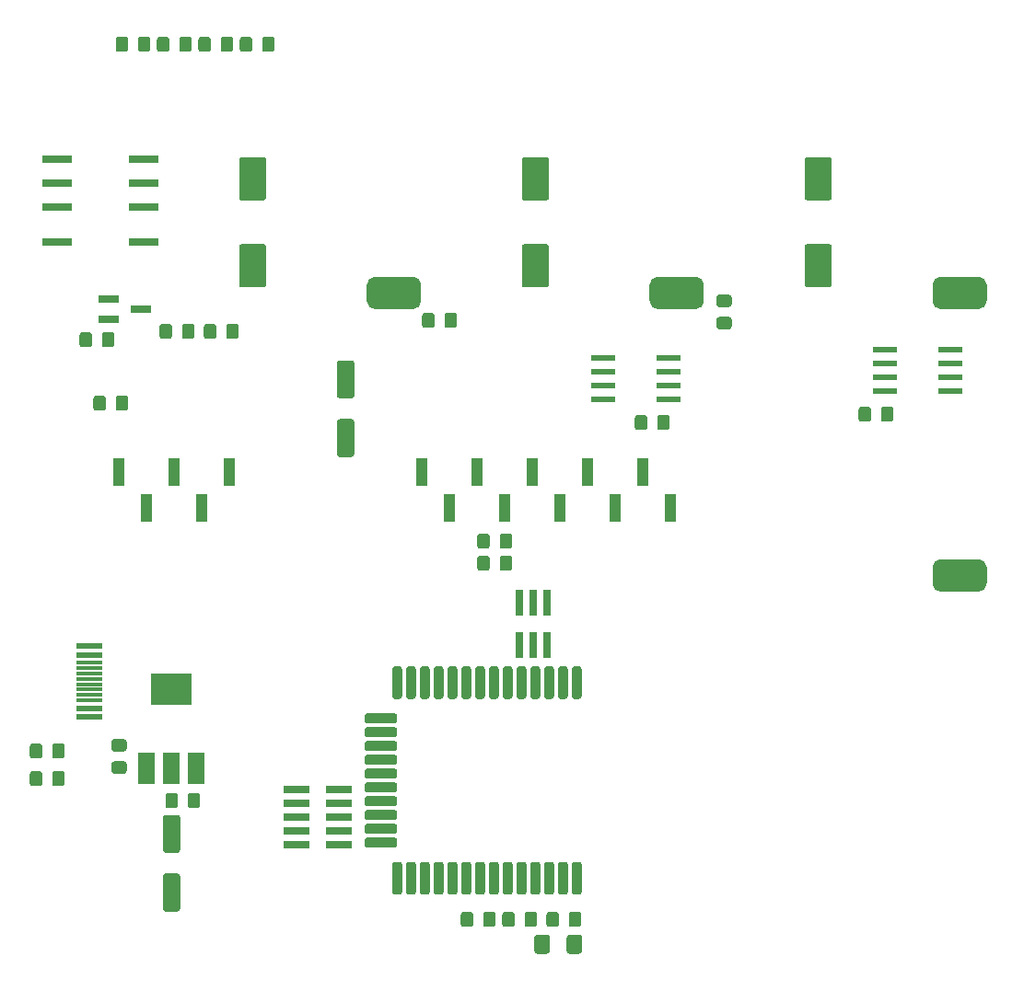
<source format=gbr>
%TF.GenerationSoftware,KiCad,Pcbnew,(5.1.6)-1*%
%TF.CreationDate,2020-10-02T15:44:05+02:00*%
%TF.ProjectId,PTnglieder,50546e67-6c69-4656-9465-722e6b696361,rev?*%
%TF.SameCoordinates,Original*%
%TF.FileFunction,Paste,Bot*%
%TF.FilePolarity,Positive*%
%FSLAX46Y46*%
G04 Gerber Fmt 4.6, Leading zero omitted, Abs format (unit mm)*
G04 Created by KiCad (PCBNEW (5.1.6)-1) date 2020-10-02 15:44:05*
%MOMM*%
%LPD*%
G01*
G04 APERTURE LIST*
%ADD10R,2.400000X0.740000*%
%ADD11R,1.000000X2.510000*%
%ADD12R,2.200000X0.600000*%
%ADD13R,2.450000X0.600000*%
%ADD14R,2.450000X0.300000*%
%ADD15R,1.500000X3.000000*%
%ADD16R,3.800000X3.000000*%
%ADD17R,1.900000X0.800000*%
%ADD18R,2.800000X0.800000*%
%ADD19R,0.740000X2.400000*%
G04 APERTURE END LIST*
D10*
%TO.C,J7*%
X81960000Y-124206000D03*
X78060000Y-124206000D03*
X81960000Y-125476000D03*
X78060000Y-125476000D03*
X81960000Y-126746000D03*
X78060000Y-126746000D03*
X81960000Y-128016000D03*
X78060000Y-128016000D03*
X81960000Y-129286000D03*
X78060000Y-129286000D03*
%TD*%
%TO.C,R15*%
G36*
G01*
X61410000Y-89096001D02*
X61410000Y-88195999D01*
G75*
G02*
X61659999Y-87946000I249999J0D01*
G01*
X62310001Y-87946000D01*
G75*
G02*
X62560000Y-88195999I0J-249999D01*
G01*
X62560000Y-89096001D01*
G75*
G02*
X62310001Y-89346000I-249999J0D01*
G01*
X61659999Y-89346000D01*
G75*
G02*
X61410000Y-89096001I0J249999D01*
G01*
G37*
G36*
G01*
X59360000Y-89096001D02*
X59360000Y-88195999D01*
G75*
G02*
X59609999Y-87946000I249999J0D01*
G01*
X60260001Y-87946000D01*
G75*
G02*
X60510000Y-88195999I0J-249999D01*
G01*
X60510000Y-89096001D01*
G75*
G02*
X60260001Y-89346000I-249999J0D01*
G01*
X59609999Y-89346000D01*
G75*
G02*
X59360000Y-89096001I0J249999D01*
G01*
G37*
%TD*%
D11*
%TO.C,U4*%
X112430000Y-98310000D03*
X107350000Y-98310000D03*
X102270000Y-98310000D03*
X97190000Y-98310000D03*
X92110000Y-98310000D03*
X109890000Y-95000000D03*
X104810000Y-95000000D03*
X99730000Y-95000000D03*
X94650000Y-95000000D03*
X89570000Y-95000000D03*
%TD*%
%TO.C,R14*%
G36*
G01*
X98102000Y-135693999D02*
X98102000Y-136594001D01*
G75*
G02*
X97852001Y-136844000I-249999J0D01*
G01*
X97201999Y-136844000D01*
G75*
G02*
X96952000Y-136594001I0J249999D01*
G01*
X96952000Y-135693999D01*
G75*
G02*
X97201999Y-135444000I249999J0D01*
G01*
X97852001Y-135444000D01*
G75*
G02*
X98102000Y-135693999I0J-249999D01*
G01*
G37*
G36*
G01*
X100152000Y-135693999D02*
X100152000Y-136594001D01*
G75*
G02*
X99902001Y-136844000I-249999J0D01*
G01*
X99251999Y-136844000D01*
G75*
G02*
X99002000Y-136594001I0J249999D01*
G01*
X99002000Y-135693999D01*
G75*
G02*
X99251999Y-135444000I249999J0D01*
G01*
X99902001Y-135444000D01*
G75*
G02*
X100152000Y-135693999I0J-249999D01*
G01*
G37*
%TD*%
%TO.C,C12*%
G36*
G01*
X103066000Y-136594001D02*
X103066000Y-135693999D01*
G75*
G02*
X103315999Y-135444000I249999J0D01*
G01*
X103966001Y-135444000D01*
G75*
G02*
X104216000Y-135693999I0J-249999D01*
G01*
X104216000Y-136594001D01*
G75*
G02*
X103966001Y-136844000I-249999J0D01*
G01*
X103315999Y-136844000D01*
G75*
G02*
X103066000Y-136594001I0J249999D01*
G01*
G37*
G36*
G01*
X101016000Y-136594001D02*
X101016000Y-135693999D01*
G75*
G02*
X101265999Y-135444000I249999J0D01*
G01*
X101916001Y-135444000D01*
G75*
G02*
X102166000Y-135693999I0J-249999D01*
G01*
X102166000Y-136594001D01*
G75*
G02*
X101916001Y-136844000I-249999J0D01*
G01*
X101265999Y-136844000D01*
G75*
G02*
X101016000Y-136594001I0J249999D01*
G01*
G37*
%TD*%
%TO.C,C11*%
G36*
G01*
X102883000Y-139055000D02*
X102883000Y-137805000D01*
G75*
G02*
X103133000Y-137555000I250000J0D01*
G01*
X104058000Y-137555000D01*
G75*
G02*
X104308000Y-137805000I0J-250000D01*
G01*
X104308000Y-139055000D01*
G75*
G02*
X104058000Y-139305000I-250000J0D01*
G01*
X103133000Y-139305000D01*
G75*
G02*
X102883000Y-139055000I0J250000D01*
G01*
G37*
G36*
G01*
X99908000Y-139055000D02*
X99908000Y-137805000D01*
G75*
G02*
X100158000Y-137555000I250000J0D01*
G01*
X101083000Y-137555000D01*
G75*
G02*
X101333000Y-137805000I0J-250000D01*
G01*
X101333000Y-139055000D01*
G75*
G02*
X101083000Y-139305000I-250000J0D01*
G01*
X100158000Y-139305000D01*
G75*
G02*
X99908000Y-139055000I0J250000D01*
G01*
G37*
%TD*%
%TO.C,C10*%
G36*
G01*
X94292000Y-135693999D02*
X94292000Y-136594001D01*
G75*
G02*
X94042001Y-136844000I-249999J0D01*
G01*
X93391999Y-136844000D01*
G75*
G02*
X93142000Y-136594001I0J249999D01*
G01*
X93142000Y-135693999D01*
G75*
G02*
X93391999Y-135444000I249999J0D01*
G01*
X94042001Y-135444000D01*
G75*
G02*
X94292000Y-135693999I0J-249999D01*
G01*
G37*
G36*
G01*
X96342000Y-135693999D02*
X96342000Y-136594001D01*
G75*
G02*
X96092001Y-136844000I-249999J0D01*
G01*
X95441999Y-136844000D01*
G75*
G02*
X95192000Y-136594001I0J249999D01*
G01*
X95192000Y-135693999D01*
G75*
G02*
X95441999Y-135444000I249999J0D01*
G01*
X96092001Y-135444000D01*
G75*
G02*
X96342000Y-135693999I0J-249999D01*
G01*
G37*
%TD*%
D12*
%TO.C,U5*%
X138128000Y-87503000D03*
X138128000Y-86233000D03*
X138128000Y-84963000D03*
X138128000Y-83693000D03*
X132128000Y-83693000D03*
X132128000Y-84963000D03*
X132128000Y-86233000D03*
X132128000Y-87503000D03*
%TD*%
%TO.C,U6*%
G36*
G01*
X103575000Y-112865000D02*
X104025000Y-112865000D01*
G75*
G02*
X104250000Y-113090000I0J-225000D01*
G01*
X104250000Y-115640000D01*
G75*
G02*
X104025000Y-115865000I-225000J0D01*
G01*
X103575000Y-115865000D01*
G75*
G02*
X103350000Y-115640000I0J225000D01*
G01*
X103350000Y-113090000D01*
G75*
G02*
X103575000Y-112865000I225000J0D01*
G01*
G37*
G36*
G01*
X102305000Y-112865000D02*
X102755000Y-112865000D01*
G75*
G02*
X102980000Y-113090000I0J-225000D01*
G01*
X102980000Y-115640000D01*
G75*
G02*
X102755000Y-115865000I-225000J0D01*
G01*
X102305000Y-115865000D01*
G75*
G02*
X102080000Y-115640000I0J225000D01*
G01*
X102080000Y-113090000D01*
G75*
G02*
X102305000Y-112865000I225000J0D01*
G01*
G37*
G36*
G01*
X101035000Y-112865000D02*
X101485000Y-112865000D01*
G75*
G02*
X101710000Y-113090000I0J-225000D01*
G01*
X101710000Y-115640000D01*
G75*
G02*
X101485000Y-115865000I-225000J0D01*
G01*
X101035000Y-115865000D01*
G75*
G02*
X100810000Y-115640000I0J225000D01*
G01*
X100810000Y-113090000D01*
G75*
G02*
X101035000Y-112865000I225000J0D01*
G01*
G37*
G36*
G01*
X99765000Y-112865000D02*
X100215000Y-112865000D01*
G75*
G02*
X100440000Y-113090000I0J-225000D01*
G01*
X100440000Y-115640000D01*
G75*
G02*
X100215000Y-115865000I-225000J0D01*
G01*
X99765000Y-115865000D01*
G75*
G02*
X99540000Y-115640000I0J225000D01*
G01*
X99540000Y-113090000D01*
G75*
G02*
X99765000Y-112865000I225000J0D01*
G01*
G37*
G36*
G01*
X98495000Y-112865000D02*
X98945000Y-112865000D01*
G75*
G02*
X99170000Y-113090000I0J-225000D01*
G01*
X99170000Y-115640000D01*
G75*
G02*
X98945000Y-115865000I-225000J0D01*
G01*
X98495000Y-115865000D01*
G75*
G02*
X98270000Y-115640000I0J225000D01*
G01*
X98270000Y-113090000D01*
G75*
G02*
X98495000Y-112865000I225000J0D01*
G01*
G37*
G36*
G01*
X97225000Y-112865000D02*
X97675000Y-112865000D01*
G75*
G02*
X97900000Y-113090000I0J-225000D01*
G01*
X97900000Y-115640000D01*
G75*
G02*
X97675000Y-115865000I-225000J0D01*
G01*
X97225000Y-115865000D01*
G75*
G02*
X97000000Y-115640000I0J225000D01*
G01*
X97000000Y-113090000D01*
G75*
G02*
X97225000Y-112865000I225000J0D01*
G01*
G37*
G36*
G01*
X95955000Y-112865000D02*
X96405000Y-112865000D01*
G75*
G02*
X96630000Y-113090000I0J-225000D01*
G01*
X96630000Y-115640000D01*
G75*
G02*
X96405000Y-115865000I-225000J0D01*
G01*
X95955000Y-115865000D01*
G75*
G02*
X95730000Y-115640000I0J225000D01*
G01*
X95730000Y-113090000D01*
G75*
G02*
X95955000Y-112865000I225000J0D01*
G01*
G37*
G36*
G01*
X94685000Y-112865000D02*
X95135000Y-112865000D01*
G75*
G02*
X95360000Y-113090000I0J-225000D01*
G01*
X95360000Y-115640000D01*
G75*
G02*
X95135000Y-115865000I-225000J0D01*
G01*
X94685000Y-115865000D01*
G75*
G02*
X94460000Y-115640000I0J225000D01*
G01*
X94460000Y-113090000D01*
G75*
G02*
X94685000Y-112865000I225000J0D01*
G01*
G37*
G36*
G01*
X93415000Y-112865000D02*
X93865000Y-112865000D01*
G75*
G02*
X94090000Y-113090000I0J-225000D01*
G01*
X94090000Y-115640000D01*
G75*
G02*
X93865000Y-115865000I-225000J0D01*
G01*
X93415000Y-115865000D01*
G75*
G02*
X93190000Y-115640000I0J225000D01*
G01*
X93190000Y-113090000D01*
G75*
G02*
X93415000Y-112865000I225000J0D01*
G01*
G37*
G36*
G01*
X92145000Y-112865000D02*
X92595000Y-112865000D01*
G75*
G02*
X92820000Y-113090000I0J-225000D01*
G01*
X92820000Y-115640000D01*
G75*
G02*
X92595000Y-115865000I-225000J0D01*
G01*
X92145000Y-115865000D01*
G75*
G02*
X91920000Y-115640000I0J225000D01*
G01*
X91920000Y-113090000D01*
G75*
G02*
X92145000Y-112865000I225000J0D01*
G01*
G37*
G36*
G01*
X90875000Y-112865000D02*
X91325000Y-112865000D01*
G75*
G02*
X91550000Y-113090000I0J-225000D01*
G01*
X91550000Y-115640000D01*
G75*
G02*
X91325000Y-115865000I-225000J0D01*
G01*
X90875000Y-115865000D01*
G75*
G02*
X90650000Y-115640000I0J225000D01*
G01*
X90650000Y-113090000D01*
G75*
G02*
X90875000Y-112865000I225000J0D01*
G01*
G37*
G36*
G01*
X89605000Y-112865000D02*
X90055000Y-112865000D01*
G75*
G02*
X90280000Y-113090000I0J-225000D01*
G01*
X90280000Y-115640000D01*
G75*
G02*
X90055000Y-115865000I-225000J0D01*
G01*
X89605000Y-115865000D01*
G75*
G02*
X89380000Y-115640000I0J225000D01*
G01*
X89380000Y-113090000D01*
G75*
G02*
X89605000Y-112865000I225000J0D01*
G01*
G37*
G36*
G01*
X88335000Y-112865000D02*
X88785000Y-112865000D01*
G75*
G02*
X89010000Y-113090000I0J-225000D01*
G01*
X89010000Y-115640000D01*
G75*
G02*
X88785000Y-115865000I-225000J0D01*
G01*
X88335000Y-115865000D01*
G75*
G02*
X88110000Y-115640000I0J225000D01*
G01*
X88110000Y-113090000D01*
G75*
G02*
X88335000Y-112865000I225000J0D01*
G01*
G37*
G36*
G01*
X87065000Y-112865000D02*
X87515000Y-112865000D01*
G75*
G02*
X87740000Y-113090000I0J-225000D01*
G01*
X87740000Y-115640000D01*
G75*
G02*
X87515000Y-115865000I-225000J0D01*
G01*
X87065000Y-115865000D01*
G75*
G02*
X86840000Y-115640000I0J225000D01*
G01*
X86840000Y-113090000D01*
G75*
G02*
X87065000Y-112865000I225000J0D01*
G01*
G37*
G36*
G01*
X84290000Y-117875000D02*
X84290000Y-117425000D01*
G75*
G02*
X84515000Y-117200000I225000J0D01*
G01*
X87065000Y-117200000D01*
G75*
G02*
X87290000Y-117425000I0J-225000D01*
G01*
X87290000Y-117875000D01*
G75*
G02*
X87065000Y-118100000I-225000J0D01*
G01*
X84515000Y-118100000D01*
G75*
G02*
X84290000Y-117875000I0J225000D01*
G01*
G37*
G36*
G01*
X84290000Y-119145000D02*
X84290000Y-118695000D01*
G75*
G02*
X84515000Y-118470000I225000J0D01*
G01*
X87065000Y-118470000D01*
G75*
G02*
X87290000Y-118695000I0J-225000D01*
G01*
X87290000Y-119145000D01*
G75*
G02*
X87065000Y-119370000I-225000J0D01*
G01*
X84515000Y-119370000D01*
G75*
G02*
X84290000Y-119145000I0J225000D01*
G01*
G37*
G36*
G01*
X84290000Y-120415000D02*
X84290000Y-119965000D01*
G75*
G02*
X84515000Y-119740000I225000J0D01*
G01*
X87065000Y-119740000D01*
G75*
G02*
X87290000Y-119965000I0J-225000D01*
G01*
X87290000Y-120415000D01*
G75*
G02*
X87065000Y-120640000I-225000J0D01*
G01*
X84515000Y-120640000D01*
G75*
G02*
X84290000Y-120415000I0J225000D01*
G01*
G37*
G36*
G01*
X84290000Y-121685000D02*
X84290000Y-121235000D01*
G75*
G02*
X84515000Y-121010000I225000J0D01*
G01*
X87065000Y-121010000D01*
G75*
G02*
X87290000Y-121235000I0J-225000D01*
G01*
X87290000Y-121685000D01*
G75*
G02*
X87065000Y-121910000I-225000J0D01*
G01*
X84515000Y-121910000D01*
G75*
G02*
X84290000Y-121685000I0J225000D01*
G01*
G37*
G36*
G01*
X84290000Y-122955000D02*
X84290000Y-122505000D01*
G75*
G02*
X84515000Y-122280000I225000J0D01*
G01*
X87065000Y-122280000D01*
G75*
G02*
X87290000Y-122505000I0J-225000D01*
G01*
X87290000Y-122955000D01*
G75*
G02*
X87065000Y-123180000I-225000J0D01*
G01*
X84515000Y-123180000D01*
G75*
G02*
X84290000Y-122955000I0J225000D01*
G01*
G37*
G36*
G01*
X84290000Y-124225000D02*
X84290000Y-123775000D01*
G75*
G02*
X84515000Y-123550000I225000J0D01*
G01*
X87065000Y-123550000D01*
G75*
G02*
X87290000Y-123775000I0J-225000D01*
G01*
X87290000Y-124225000D01*
G75*
G02*
X87065000Y-124450000I-225000J0D01*
G01*
X84515000Y-124450000D01*
G75*
G02*
X84290000Y-124225000I0J225000D01*
G01*
G37*
G36*
G01*
X84290000Y-125495000D02*
X84290000Y-125045000D01*
G75*
G02*
X84515000Y-124820000I225000J0D01*
G01*
X87065000Y-124820000D01*
G75*
G02*
X87290000Y-125045000I0J-225000D01*
G01*
X87290000Y-125495000D01*
G75*
G02*
X87065000Y-125720000I-225000J0D01*
G01*
X84515000Y-125720000D01*
G75*
G02*
X84290000Y-125495000I0J225000D01*
G01*
G37*
G36*
G01*
X84290000Y-126765000D02*
X84290000Y-126315000D01*
G75*
G02*
X84515000Y-126090000I225000J0D01*
G01*
X87065000Y-126090000D01*
G75*
G02*
X87290000Y-126315000I0J-225000D01*
G01*
X87290000Y-126765000D01*
G75*
G02*
X87065000Y-126990000I-225000J0D01*
G01*
X84515000Y-126990000D01*
G75*
G02*
X84290000Y-126765000I0J225000D01*
G01*
G37*
G36*
G01*
X84290000Y-128035000D02*
X84290000Y-127585000D01*
G75*
G02*
X84515000Y-127360000I225000J0D01*
G01*
X87065000Y-127360000D01*
G75*
G02*
X87290000Y-127585000I0J-225000D01*
G01*
X87290000Y-128035000D01*
G75*
G02*
X87065000Y-128260000I-225000J0D01*
G01*
X84515000Y-128260000D01*
G75*
G02*
X84290000Y-128035000I0J225000D01*
G01*
G37*
G36*
G01*
X84290000Y-129305000D02*
X84290000Y-128855000D01*
G75*
G02*
X84515000Y-128630000I225000J0D01*
G01*
X87065000Y-128630000D01*
G75*
G02*
X87290000Y-128855000I0J-225000D01*
G01*
X87290000Y-129305000D01*
G75*
G02*
X87065000Y-129530000I-225000J0D01*
G01*
X84515000Y-129530000D01*
G75*
G02*
X84290000Y-129305000I0J225000D01*
G01*
G37*
G36*
G01*
X87515000Y-133865000D02*
X87065000Y-133865000D01*
G75*
G02*
X86840000Y-133640000I0J225000D01*
G01*
X86840000Y-131090000D01*
G75*
G02*
X87065000Y-130865000I225000J0D01*
G01*
X87515000Y-130865000D01*
G75*
G02*
X87740000Y-131090000I0J-225000D01*
G01*
X87740000Y-133640000D01*
G75*
G02*
X87515000Y-133865000I-225000J0D01*
G01*
G37*
G36*
G01*
X88785000Y-133865000D02*
X88335000Y-133865000D01*
G75*
G02*
X88110000Y-133640000I0J225000D01*
G01*
X88110000Y-131090000D01*
G75*
G02*
X88335000Y-130865000I225000J0D01*
G01*
X88785000Y-130865000D01*
G75*
G02*
X89010000Y-131090000I0J-225000D01*
G01*
X89010000Y-133640000D01*
G75*
G02*
X88785000Y-133865000I-225000J0D01*
G01*
G37*
G36*
G01*
X90055000Y-133865000D02*
X89605000Y-133865000D01*
G75*
G02*
X89380000Y-133640000I0J225000D01*
G01*
X89380000Y-131090000D01*
G75*
G02*
X89605000Y-130865000I225000J0D01*
G01*
X90055000Y-130865000D01*
G75*
G02*
X90280000Y-131090000I0J-225000D01*
G01*
X90280000Y-133640000D01*
G75*
G02*
X90055000Y-133865000I-225000J0D01*
G01*
G37*
G36*
G01*
X91325000Y-133865000D02*
X90875000Y-133865000D01*
G75*
G02*
X90650000Y-133640000I0J225000D01*
G01*
X90650000Y-131090000D01*
G75*
G02*
X90875000Y-130865000I225000J0D01*
G01*
X91325000Y-130865000D01*
G75*
G02*
X91550000Y-131090000I0J-225000D01*
G01*
X91550000Y-133640000D01*
G75*
G02*
X91325000Y-133865000I-225000J0D01*
G01*
G37*
G36*
G01*
X92595000Y-133865000D02*
X92145000Y-133865000D01*
G75*
G02*
X91920000Y-133640000I0J225000D01*
G01*
X91920000Y-131090000D01*
G75*
G02*
X92145000Y-130865000I225000J0D01*
G01*
X92595000Y-130865000D01*
G75*
G02*
X92820000Y-131090000I0J-225000D01*
G01*
X92820000Y-133640000D01*
G75*
G02*
X92595000Y-133865000I-225000J0D01*
G01*
G37*
G36*
G01*
X93865000Y-133865000D02*
X93415000Y-133865000D01*
G75*
G02*
X93190000Y-133640000I0J225000D01*
G01*
X93190000Y-131090000D01*
G75*
G02*
X93415000Y-130865000I225000J0D01*
G01*
X93865000Y-130865000D01*
G75*
G02*
X94090000Y-131090000I0J-225000D01*
G01*
X94090000Y-133640000D01*
G75*
G02*
X93865000Y-133865000I-225000J0D01*
G01*
G37*
G36*
G01*
X95135000Y-133865000D02*
X94685000Y-133865000D01*
G75*
G02*
X94460000Y-133640000I0J225000D01*
G01*
X94460000Y-131090000D01*
G75*
G02*
X94685000Y-130865000I225000J0D01*
G01*
X95135000Y-130865000D01*
G75*
G02*
X95360000Y-131090000I0J-225000D01*
G01*
X95360000Y-133640000D01*
G75*
G02*
X95135000Y-133865000I-225000J0D01*
G01*
G37*
G36*
G01*
X96405000Y-133865000D02*
X95955000Y-133865000D01*
G75*
G02*
X95730000Y-133640000I0J225000D01*
G01*
X95730000Y-131090000D01*
G75*
G02*
X95955000Y-130865000I225000J0D01*
G01*
X96405000Y-130865000D01*
G75*
G02*
X96630000Y-131090000I0J-225000D01*
G01*
X96630000Y-133640000D01*
G75*
G02*
X96405000Y-133865000I-225000J0D01*
G01*
G37*
G36*
G01*
X97675000Y-133865000D02*
X97225000Y-133865000D01*
G75*
G02*
X97000000Y-133640000I0J225000D01*
G01*
X97000000Y-131090000D01*
G75*
G02*
X97225000Y-130865000I225000J0D01*
G01*
X97675000Y-130865000D01*
G75*
G02*
X97900000Y-131090000I0J-225000D01*
G01*
X97900000Y-133640000D01*
G75*
G02*
X97675000Y-133865000I-225000J0D01*
G01*
G37*
G36*
G01*
X98945000Y-133865000D02*
X98495000Y-133865000D01*
G75*
G02*
X98270000Y-133640000I0J225000D01*
G01*
X98270000Y-131090000D01*
G75*
G02*
X98495000Y-130865000I225000J0D01*
G01*
X98945000Y-130865000D01*
G75*
G02*
X99170000Y-131090000I0J-225000D01*
G01*
X99170000Y-133640000D01*
G75*
G02*
X98945000Y-133865000I-225000J0D01*
G01*
G37*
G36*
G01*
X100215000Y-133865000D02*
X99765000Y-133865000D01*
G75*
G02*
X99540000Y-133640000I0J225000D01*
G01*
X99540000Y-131090000D01*
G75*
G02*
X99765000Y-130865000I225000J0D01*
G01*
X100215000Y-130865000D01*
G75*
G02*
X100440000Y-131090000I0J-225000D01*
G01*
X100440000Y-133640000D01*
G75*
G02*
X100215000Y-133865000I-225000J0D01*
G01*
G37*
G36*
G01*
X101485000Y-133865000D02*
X101035000Y-133865000D01*
G75*
G02*
X100810000Y-133640000I0J225000D01*
G01*
X100810000Y-131090000D01*
G75*
G02*
X101035000Y-130865000I225000J0D01*
G01*
X101485000Y-130865000D01*
G75*
G02*
X101710000Y-131090000I0J-225000D01*
G01*
X101710000Y-133640000D01*
G75*
G02*
X101485000Y-133865000I-225000J0D01*
G01*
G37*
G36*
G01*
X102755000Y-133865000D02*
X102305000Y-133865000D01*
G75*
G02*
X102080000Y-133640000I0J225000D01*
G01*
X102080000Y-131090000D01*
G75*
G02*
X102305000Y-130865000I225000J0D01*
G01*
X102755000Y-130865000D01*
G75*
G02*
X102980000Y-131090000I0J-225000D01*
G01*
X102980000Y-133640000D01*
G75*
G02*
X102755000Y-133865000I-225000J0D01*
G01*
G37*
G36*
G01*
X104025000Y-133865000D02*
X103575000Y-133865000D01*
G75*
G02*
X103350000Y-133640000I0J225000D01*
G01*
X103350000Y-131090000D01*
G75*
G02*
X103575000Y-130865000I225000J0D01*
G01*
X104025000Y-130865000D01*
G75*
G02*
X104250000Y-131090000I0J-225000D01*
G01*
X104250000Y-133640000D01*
G75*
G02*
X104025000Y-133865000I-225000J0D01*
G01*
G37*
%TD*%
D13*
%TO.C,J5*%
X59000000Y-111000000D03*
X59000000Y-111800000D03*
X59000000Y-116700000D03*
X59000000Y-117500000D03*
X59000000Y-117500000D03*
X59000000Y-116700000D03*
X59000000Y-111800000D03*
X59000000Y-111000000D03*
D14*
X59000000Y-116000000D03*
X59000000Y-115500000D03*
X59000000Y-115000000D03*
X59000000Y-114000000D03*
X59000000Y-113500000D03*
X59000000Y-113000000D03*
X59000000Y-112500000D03*
X59000000Y-114500000D03*
%TD*%
%TO.C,J4*%
G36*
G01*
X141500000Y-103750000D02*
X141500000Y-105250000D01*
G75*
G02*
X140750000Y-106000000I-750000J0D01*
G01*
X137250000Y-106000000D01*
G75*
G02*
X136500000Y-105250000I0J750000D01*
G01*
X136500000Y-103750000D01*
G75*
G02*
X137250000Y-103000000I750000J0D01*
G01*
X140750000Y-103000000D01*
G75*
G02*
X141500000Y-103750000I0J-750000D01*
G01*
G37*
%TD*%
%TO.C,J3*%
G36*
G01*
X141500000Y-77750000D02*
X141500000Y-79250000D01*
G75*
G02*
X140750000Y-80000000I-750000J0D01*
G01*
X137250000Y-80000000D01*
G75*
G02*
X136500000Y-79250000I0J750000D01*
G01*
X136500000Y-77750000D01*
G75*
G02*
X137250000Y-77000000I750000J0D01*
G01*
X140750000Y-77000000D01*
G75*
G02*
X141500000Y-77750000I0J-750000D01*
G01*
G37*
%TD*%
%TO.C,J2*%
G36*
G01*
X115500000Y-77750000D02*
X115500000Y-79250000D01*
G75*
G02*
X114750000Y-80000000I-750000J0D01*
G01*
X111250000Y-80000000D01*
G75*
G02*
X110500000Y-79250000I0J750000D01*
G01*
X110500000Y-77750000D01*
G75*
G02*
X111250000Y-77000000I750000J0D01*
G01*
X114750000Y-77000000D01*
G75*
G02*
X115500000Y-77750000I0J-750000D01*
G01*
G37*
%TD*%
%TO.C,J1*%
G36*
G01*
X89500000Y-77750000D02*
X89500000Y-79250000D01*
G75*
G02*
X88750000Y-80000000I-750000J0D01*
G01*
X85250000Y-80000000D01*
G75*
G02*
X84500000Y-79250000I0J750000D01*
G01*
X84500000Y-77750000D01*
G75*
G02*
X85250000Y-77000000I750000J0D01*
G01*
X88750000Y-77000000D01*
G75*
G02*
X89500000Y-77750000I0J-750000D01*
G01*
G37*
%TD*%
%TO.C,C5*%
G36*
G01*
X127000000Y-70000000D02*
X125000000Y-70000000D01*
G75*
G02*
X124750000Y-69750000I0J250000D01*
G01*
X124750000Y-66250000D01*
G75*
G02*
X125000000Y-66000000I250000J0D01*
G01*
X127000000Y-66000000D01*
G75*
G02*
X127250000Y-66250000I0J-250000D01*
G01*
X127250000Y-69750000D01*
G75*
G02*
X127000000Y-70000000I-250000J0D01*
G01*
G37*
G36*
G01*
X127000000Y-78000000D02*
X125000000Y-78000000D01*
G75*
G02*
X124750000Y-77750000I0J250000D01*
G01*
X124750000Y-74250000D01*
G75*
G02*
X125000000Y-74000000I250000J0D01*
G01*
X127000000Y-74000000D01*
G75*
G02*
X127250000Y-74250000I0J-250000D01*
G01*
X127250000Y-77750000D01*
G75*
G02*
X127000000Y-78000000I-250000J0D01*
G01*
G37*
%TD*%
D15*
%TO.C,U3*%
X68848000Y-122268000D03*
X64248000Y-122268000D03*
X66548000Y-122268000D03*
D16*
X66548000Y-114968000D03*
%TD*%
D11*
%TO.C,U2*%
X69342000Y-98298000D03*
X64262000Y-98298000D03*
X71882000Y-94988000D03*
X66802000Y-94988000D03*
X61722000Y-94988000D03*
%TD*%
%TO.C,R13*%
G36*
G01*
X74872000Y-56076001D02*
X74872000Y-55175999D01*
G75*
G02*
X75121999Y-54926000I249999J0D01*
G01*
X75772001Y-54926000D01*
G75*
G02*
X76022000Y-55175999I0J-249999D01*
G01*
X76022000Y-56076001D01*
G75*
G02*
X75772001Y-56326000I-249999J0D01*
G01*
X75121999Y-56326000D01*
G75*
G02*
X74872000Y-56076001I0J249999D01*
G01*
G37*
G36*
G01*
X72822000Y-56076001D02*
X72822000Y-55175999D01*
G75*
G02*
X73071999Y-54926000I249999J0D01*
G01*
X73722001Y-54926000D01*
G75*
G02*
X73972000Y-55175999I0J-249999D01*
G01*
X73972000Y-56076001D01*
G75*
G02*
X73722001Y-56326000I-249999J0D01*
G01*
X73071999Y-56326000D01*
G75*
G02*
X72822000Y-56076001I0J249999D01*
G01*
G37*
%TD*%
%TO.C,R12*%
G36*
G01*
X71062000Y-56076001D02*
X71062000Y-55175999D01*
G75*
G02*
X71311999Y-54926000I249999J0D01*
G01*
X71962001Y-54926000D01*
G75*
G02*
X72212000Y-55175999I0J-249999D01*
G01*
X72212000Y-56076001D01*
G75*
G02*
X71962001Y-56326000I-249999J0D01*
G01*
X71311999Y-56326000D01*
G75*
G02*
X71062000Y-56076001I0J249999D01*
G01*
G37*
G36*
G01*
X69012000Y-56076001D02*
X69012000Y-55175999D01*
G75*
G02*
X69261999Y-54926000I249999J0D01*
G01*
X69912001Y-54926000D01*
G75*
G02*
X70162000Y-55175999I0J-249999D01*
G01*
X70162000Y-56076001D01*
G75*
G02*
X69912001Y-56326000I-249999J0D01*
G01*
X69261999Y-56326000D01*
G75*
G02*
X69012000Y-56076001I0J249999D01*
G01*
G37*
%TD*%
%TO.C,R11*%
G36*
G01*
X67252000Y-56076001D02*
X67252000Y-55175999D01*
G75*
G02*
X67501999Y-54926000I249999J0D01*
G01*
X68152001Y-54926000D01*
G75*
G02*
X68402000Y-55175999I0J-249999D01*
G01*
X68402000Y-56076001D01*
G75*
G02*
X68152001Y-56326000I-249999J0D01*
G01*
X67501999Y-56326000D01*
G75*
G02*
X67252000Y-56076001I0J249999D01*
G01*
G37*
G36*
G01*
X65202000Y-56076001D02*
X65202000Y-55175999D01*
G75*
G02*
X65451999Y-54926000I249999J0D01*
G01*
X66102001Y-54926000D01*
G75*
G02*
X66352000Y-55175999I0J-249999D01*
G01*
X66352000Y-56076001D01*
G75*
G02*
X66102001Y-56326000I-249999J0D01*
G01*
X65451999Y-56326000D01*
G75*
G02*
X65202000Y-56076001I0J249999D01*
G01*
G37*
%TD*%
%TO.C,R10*%
G36*
G01*
X63451000Y-56076001D02*
X63451000Y-55175999D01*
G75*
G02*
X63700999Y-54926000I249999J0D01*
G01*
X64351001Y-54926000D01*
G75*
G02*
X64601000Y-55175999I0J-249999D01*
G01*
X64601000Y-56076001D01*
G75*
G02*
X64351001Y-56326000I-249999J0D01*
G01*
X63700999Y-56326000D01*
G75*
G02*
X63451000Y-56076001I0J249999D01*
G01*
G37*
G36*
G01*
X61401000Y-56076001D02*
X61401000Y-55175999D01*
G75*
G02*
X61650999Y-54926000I249999J0D01*
G01*
X62301001Y-54926000D01*
G75*
G02*
X62551000Y-55175999I0J-249999D01*
G01*
X62551000Y-56076001D01*
G75*
G02*
X62301001Y-56326000I-249999J0D01*
G01*
X61650999Y-56326000D01*
G75*
G02*
X61401000Y-56076001I0J249999D01*
G01*
G37*
%TD*%
%TO.C,R9*%
G36*
G01*
X54668000Y-120199999D02*
X54668000Y-121100001D01*
G75*
G02*
X54418001Y-121350000I-249999J0D01*
G01*
X53767999Y-121350000D01*
G75*
G02*
X53518000Y-121100001I0J249999D01*
G01*
X53518000Y-120199999D01*
G75*
G02*
X53767999Y-119950000I249999J0D01*
G01*
X54418001Y-119950000D01*
G75*
G02*
X54668000Y-120199999I0J-249999D01*
G01*
G37*
G36*
G01*
X56718000Y-120199999D02*
X56718000Y-121100001D01*
G75*
G02*
X56468001Y-121350000I-249999J0D01*
G01*
X55817999Y-121350000D01*
G75*
G02*
X55568000Y-121100001I0J249999D01*
G01*
X55568000Y-120199999D01*
G75*
G02*
X55817999Y-119950000I249999J0D01*
G01*
X56468001Y-119950000D01*
G75*
G02*
X56718000Y-120199999I0J-249999D01*
G01*
G37*
%TD*%
%TO.C,R8*%
G36*
G01*
X55568000Y-123640001D02*
X55568000Y-122739999D01*
G75*
G02*
X55817999Y-122490000I249999J0D01*
G01*
X56468001Y-122490000D01*
G75*
G02*
X56718000Y-122739999I0J-249999D01*
G01*
X56718000Y-123640001D01*
G75*
G02*
X56468001Y-123890000I-249999J0D01*
G01*
X55817999Y-123890000D01*
G75*
G02*
X55568000Y-123640001I0J249999D01*
G01*
G37*
G36*
G01*
X53518000Y-123640001D02*
X53518000Y-122739999D01*
G75*
G02*
X53767999Y-122490000I249999J0D01*
G01*
X54418001Y-122490000D01*
G75*
G02*
X54668000Y-122739999I0J-249999D01*
G01*
X54668000Y-123640001D01*
G75*
G02*
X54418001Y-123890000I-249999J0D01*
G01*
X53767999Y-123890000D01*
G75*
G02*
X53518000Y-123640001I0J249999D01*
G01*
G37*
%TD*%
%TO.C,R7*%
G36*
G01*
X60140000Y-83254001D02*
X60140000Y-82353999D01*
G75*
G02*
X60389999Y-82104000I249999J0D01*
G01*
X61040001Y-82104000D01*
G75*
G02*
X61290000Y-82353999I0J-249999D01*
G01*
X61290000Y-83254001D01*
G75*
G02*
X61040001Y-83504000I-249999J0D01*
G01*
X60389999Y-83504000D01*
G75*
G02*
X60140000Y-83254001I0J249999D01*
G01*
G37*
G36*
G01*
X58090000Y-83254001D02*
X58090000Y-82353999D01*
G75*
G02*
X58339999Y-82104000I249999J0D01*
G01*
X58990001Y-82104000D01*
G75*
G02*
X59240000Y-82353999I0J-249999D01*
G01*
X59240000Y-83254001D01*
G75*
G02*
X58990001Y-83504000I-249999J0D01*
G01*
X58339999Y-83504000D01*
G75*
G02*
X58090000Y-83254001I0J249999D01*
G01*
G37*
%TD*%
%TO.C,R6*%
G36*
G01*
X117798001Y-79814000D02*
X116897999Y-79814000D01*
G75*
G02*
X116648000Y-79564001I0J249999D01*
G01*
X116648000Y-78913999D01*
G75*
G02*
X116897999Y-78664000I249999J0D01*
G01*
X117798001Y-78664000D01*
G75*
G02*
X118048000Y-78913999I0J-249999D01*
G01*
X118048000Y-79564001D01*
G75*
G02*
X117798001Y-79814000I-249999J0D01*
G01*
G37*
G36*
G01*
X117798001Y-81864000D02*
X116897999Y-81864000D01*
G75*
G02*
X116648000Y-81614001I0J249999D01*
G01*
X116648000Y-80963999D01*
G75*
G02*
X116897999Y-80714000I249999J0D01*
G01*
X117798001Y-80714000D01*
G75*
G02*
X118048000Y-80963999I0J-249999D01*
G01*
X118048000Y-81614001D01*
G75*
G02*
X117798001Y-81864000I-249999J0D01*
G01*
G37*
%TD*%
%TO.C,R5*%
G36*
G01*
X91636000Y-81476001D02*
X91636000Y-80575999D01*
G75*
G02*
X91885999Y-80326000I249999J0D01*
G01*
X92536001Y-80326000D01*
G75*
G02*
X92786000Y-80575999I0J-249999D01*
G01*
X92786000Y-81476001D01*
G75*
G02*
X92536001Y-81726000I-249999J0D01*
G01*
X91885999Y-81726000D01*
G75*
G02*
X91636000Y-81476001I0J249999D01*
G01*
G37*
G36*
G01*
X89586000Y-81476001D02*
X89586000Y-80575999D01*
G75*
G02*
X89835999Y-80326000I249999J0D01*
G01*
X90486001Y-80326000D01*
G75*
G02*
X90736000Y-80575999I0J-249999D01*
G01*
X90736000Y-81476001D01*
G75*
G02*
X90486001Y-81726000I-249999J0D01*
G01*
X89835999Y-81726000D01*
G75*
G02*
X89586000Y-81476001I0J249999D01*
G01*
G37*
%TD*%
%TO.C,R4*%
G36*
G01*
X96707000Y-101796001D02*
X96707000Y-100895999D01*
G75*
G02*
X96956999Y-100646000I249999J0D01*
G01*
X97607001Y-100646000D01*
G75*
G02*
X97857000Y-100895999I0J-249999D01*
G01*
X97857000Y-101796001D01*
G75*
G02*
X97607001Y-102046000I-249999J0D01*
G01*
X96956999Y-102046000D01*
G75*
G02*
X96707000Y-101796001I0J249999D01*
G01*
G37*
G36*
G01*
X94657000Y-101796001D02*
X94657000Y-100895999D01*
G75*
G02*
X94906999Y-100646000I249999J0D01*
G01*
X95557001Y-100646000D01*
G75*
G02*
X95807000Y-100895999I0J-249999D01*
G01*
X95807000Y-101796001D01*
G75*
G02*
X95557001Y-102046000I-249999J0D01*
G01*
X94906999Y-102046000D01*
G75*
G02*
X94657000Y-101796001I0J249999D01*
G01*
G37*
%TD*%
%TO.C,R3*%
G36*
G01*
X94657000Y-103828001D02*
X94657000Y-102927999D01*
G75*
G02*
X94906999Y-102678000I249999J0D01*
G01*
X95557001Y-102678000D01*
G75*
G02*
X95807000Y-102927999I0J-249999D01*
G01*
X95807000Y-103828001D01*
G75*
G02*
X95557001Y-104078000I-249999J0D01*
G01*
X94906999Y-104078000D01*
G75*
G02*
X94657000Y-103828001I0J249999D01*
G01*
G37*
G36*
G01*
X96707000Y-103828001D02*
X96707000Y-102927999D01*
G75*
G02*
X96956999Y-102678000I249999J0D01*
G01*
X97607001Y-102678000D01*
G75*
G02*
X97857000Y-102927999I0J-249999D01*
G01*
X97857000Y-103828001D01*
G75*
G02*
X97607001Y-104078000I-249999J0D01*
G01*
X96956999Y-104078000D01*
G75*
G02*
X96707000Y-103828001I0J249999D01*
G01*
G37*
%TD*%
%TO.C,R2*%
G36*
G01*
X67497000Y-82492001D02*
X67497000Y-81591999D01*
G75*
G02*
X67746999Y-81342000I249999J0D01*
G01*
X68397001Y-81342000D01*
G75*
G02*
X68647000Y-81591999I0J-249999D01*
G01*
X68647000Y-82492001D01*
G75*
G02*
X68397001Y-82742000I-249999J0D01*
G01*
X67746999Y-82742000D01*
G75*
G02*
X67497000Y-82492001I0J249999D01*
G01*
G37*
G36*
G01*
X65447000Y-82492001D02*
X65447000Y-81591999D01*
G75*
G02*
X65696999Y-81342000I249999J0D01*
G01*
X66347001Y-81342000D01*
G75*
G02*
X66597000Y-81591999I0J-249999D01*
G01*
X66597000Y-82492001D01*
G75*
G02*
X66347001Y-82742000I-249999J0D01*
G01*
X65696999Y-82742000D01*
G75*
G02*
X65447000Y-82492001I0J249999D01*
G01*
G37*
%TD*%
%TO.C,R1*%
G36*
G01*
X70670000Y-81591999D02*
X70670000Y-82492001D01*
G75*
G02*
X70420001Y-82742000I-249999J0D01*
G01*
X69769999Y-82742000D01*
G75*
G02*
X69520000Y-82492001I0J249999D01*
G01*
X69520000Y-81591999D01*
G75*
G02*
X69769999Y-81342000I249999J0D01*
G01*
X70420001Y-81342000D01*
G75*
G02*
X70670000Y-81591999I0J-249999D01*
G01*
G37*
G36*
G01*
X72720000Y-81591999D02*
X72720000Y-82492001D01*
G75*
G02*
X72470001Y-82742000I-249999J0D01*
G01*
X71819999Y-82742000D01*
G75*
G02*
X71570000Y-82492001I0J249999D01*
G01*
X71570000Y-81591999D01*
G75*
G02*
X71819999Y-81342000I249999J0D01*
G01*
X72470001Y-81342000D01*
G75*
G02*
X72720000Y-81591999I0J-249999D01*
G01*
G37*
%TD*%
D17*
%TO.C,Q1*%
X63730000Y-80010000D03*
X60730000Y-79060000D03*
X60730000Y-80960000D03*
%TD*%
D18*
%TO.C,K1*%
X56000000Y-73800000D03*
X56000000Y-70600000D03*
X56000000Y-68400000D03*
X56000000Y-66200000D03*
X64000000Y-66200000D03*
X64000000Y-68400000D03*
X64000000Y-70600000D03*
X64000000Y-73800000D03*
%TD*%
D19*
%TO.C,J6*%
X98552000Y-107016000D03*
X98552000Y-110916000D03*
X99822000Y-107016000D03*
X99822000Y-110916000D03*
X101092000Y-107016000D03*
X101092000Y-110916000D03*
%TD*%
%TO.C,C9*%
G36*
G01*
X65998000Y-131920000D02*
X67098000Y-131920000D01*
G75*
G02*
X67348000Y-132170000I0J-250000D01*
G01*
X67348000Y-135170000D01*
G75*
G02*
X67098000Y-135420000I-250000J0D01*
G01*
X65998000Y-135420000D01*
G75*
G02*
X65748000Y-135170000I0J250000D01*
G01*
X65748000Y-132170000D01*
G75*
G02*
X65998000Y-131920000I250000J0D01*
G01*
G37*
G36*
G01*
X65998000Y-126520000D02*
X67098000Y-126520000D01*
G75*
G02*
X67348000Y-126770000I0J-250000D01*
G01*
X67348000Y-129770000D01*
G75*
G02*
X67098000Y-130020000I-250000J0D01*
G01*
X65998000Y-130020000D01*
G75*
G02*
X65748000Y-129770000I0J250000D01*
G01*
X65748000Y-126770000D01*
G75*
G02*
X65998000Y-126520000I250000J0D01*
G01*
G37*
%TD*%
%TO.C,C8*%
G36*
G01*
X68023000Y-125672001D02*
X68023000Y-124771999D01*
G75*
G02*
X68272999Y-124522000I249999J0D01*
G01*
X68923001Y-124522000D01*
G75*
G02*
X69173000Y-124771999I0J-249999D01*
G01*
X69173000Y-125672001D01*
G75*
G02*
X68923001Y-125922000I-249999J0D01*
G01*
X68272999Y-125922000D01*
G75*
G02*
X68023000Y-125672001I0J249999D01*
G01*
G37*
G36*
G01*
X65973000Y-125672001D02*
X65973000Y-124771999D01*
G75*
G02*
X66222999Y-124522000I249999J0D01*
G01*
X66873001Y-124522000D01*
G75*
G02*
X67123000Y-124771999I0J-249999D01*
G01*
X67123000Y-125672001D01*
G75*
G02*
X66873001Y-125922000I-249999J0D01*
G01*
X66222999Y-125922000D01*
G75*
G02*
X65973000Y-125672001I0J249999D01*
G01*
G37*
%TD*%
%TO.C,C7*%
G36*
G01*
X61271999Y-121608000D02*
X62172001Y-121608000D01*
G75*
G02*
X62422000Y-121857999I0J-249999D01*
G01*
X62422000Y-122508001D01*
G75*
G02*
X62172001Y-122758000I-249999J0D01*
G01*
X61271999Y-122758000D01*
G75*
G02*
X61022000Y-122508001I0J249999D01*
G01*
X61022000Y-121857999D01*
G75*
G02*
X61271999Y-121608000I249999J0D01*
G01*
G37*
G36*
G01*
X61271999Y-119558000D02*
X62172001Y-119558000D01*
G75*
G02*
X62422000Y-119807999I0J-249999D01*
G01*
X62422000Y-120458001D01*
G75*
G02*
X62172001Y-120708000I-249999J0D01*
G01*
X61271999Y-120708000D01*
G75*
G02*
X61022000Y-120458001I0J249999D01*
G01*
X61022000Y-119807999D01*
G75*
G02*
X61271999Y-119558000I249999J0D01*
G01*
G37*
%TD*%
%TO.C,C6*%
G36*
G01*
X110294000Y-89973999D02*
X110294000Y-90874001D01*
G75*
G02*
X110044001Y-91124000I-249999J0D01*
G01*
X109393999Y-91124000D01*
G75*
G02*
X109144000Y-90874001I0J249999D01*
G01*
X109144000Y-89973999D01*
G75*
G02*
X109393999Y-89724000I249999J0D01*
G01*
X110044001Y-89724000D01*
G75*
G02*
X110294000Y-89973999I0J-249999D01*
G01*
G37*
G36*
G01*
X112344000Y-89973999D02*
X112344000Y-90874001D01*
G75*
G02*
X112094001Y-91124000I-249999J0D01*
G01*
X111443999Y-91124000D01*
G75*
G02*
X111194000Y-90874001I0J249999D01*
G01*
X111194000Y-89973999D01*
G75*
G02*
X111443999Y-89724000I249999J0D01*
G01*
X112094001Y-89724000D01*
G75*
G02*
X112344000Y-89973999I0J-249999D01*
G01*
G37*
%TD*%
%TO.C,C1*%
G36*
G01*
X130868000Y-89211999D02*
X130868000Y-90112001D01*
G75*
G02*
X130618001Y-90362000I-249999J0D01*
G01*
X129967999Y-90362000D01*
G75*
G02*
X129718000Y-90112001I0J249999D01*
G01*
X129718000Y-89211999D01*
G75*
G02*
X129967999Y-88962000I249999J0D01*
G01*
X130618001Y-88962000D01*
G75*
G02*
X130868000Y-89211999I0J-249999D01*
G01*
G37*
G36*
G01*
X132918000Y-89211999D02*
X132918000Y-90112001D01*
G75*
G02*
X132668001Y-90362000I-249999J0D01*
G01*
X132017999Y-90362000D01*
G75*
G02*
X131768000Y-90112001I0J249999D01*
G01*
X131768000Y-89211999D01*
G75*
G02*
X132017999Y-88962000I249999J0D01*
G01*
X132668001Y-88962000D01*
G75*
G02*
X132918000Y-89211999I0J-249999D01*
G01*
G37*
%TD*%
D12*
%TO.C,U1*%
X112220000Y-88265000D03*
X112220000Y-86995000D03*
X112220000Y-85725000D03*
X112220000Y-84455000D03*
X106220000Y-84455000D03*
X106220000Y-85725000D03*
X106220000Y-86995000D03*
X106220000Y-88265000D03*
%TD*%
%TO.C,C4*%
G36*
G01*
X101000000Y-70000000D02*
X99000000Y-70000000D01*
G75*
G02*
X98750000Y-69750000I0J250000D01*
G01*
X98750000Y-66250000D01*
G75*
G02*
X99000000Y-66000000I250000J0D01*
G01*
X101000000Y-66000000D01*
G75*
G02*
X101250000Y-66250000I0J-250000D01*
G01*
X101250000Y-69750000D01*
G75*
G02*
X101000000Y-70000000I-250000J0D01*
G01*
G37*
G36*
G01*
X101000000Y-78000000D02*
X99000000Y-78000000D01*
G75*
G02*
X98750000Y-77750000I0J250000D01*
G01*
X98750000Y-74250000D01*
G75*
G02*
X99000000Y-74000000I250000J0D01*
G01*
X101000000Y-74000000D01*
G75*
G02*
X101250000Y-74250000I0J-250000D01*
G01*
X101250000Y-77750000D01*
G75*
G02*
X101000000Y-78000000I-250000J0D01*
G01*
G37*
%TD*%
%TO.C,C3*%
G36*
G01*
X75000000Y-70000000D02*
X73000000Y-70000000D01*
G75*
G02*
X72750000Y-69750000I0J250000D01*
G01*
X72750000Y-66250000D01*
G75*
G02*
X73000000Y-66000000I250000J0D01*
G01*
X75000000Y-66000000D01*
G75*
G02*
X75250000Y-66250000I0J-250000D01*
G01*
X75250000Y-69750000D01*
G75*
G02*
X75000000Y-70000000I-250000J0D01*
G01*
G37*
G36*
G01*
X75000000Y-78000000D02*
X73000000Y-78000000D01*
G75*
G02*
X72750000Y-77750000I0J250000D01*
G01*
X72750000Y-74250000D01*
G75*
G02*
X73000000Y-74000000I250000J0D01*
G01*
X75000000Y-74000000D01*
G75*
G02*
X75250000Y-74250000I0J-250000D01*
G01*
X75250000Y-77750000D01*
G75*
G02*
X75000000Y-78000000I-250000J0D01*
G01*
G37*
%TD*%
%TO.C,C2*%
G36*
G01*
X83100000Y-88204000D02*
X82000000Y-88204000D01*
G75*
G02*
X81750000Y-87954000I0J250000D01*
G01*
X81750000Y-84954000D01*
G75*
G02*
X82000000Y-84704000I250000J0D01*
G01*
X83100000Y-84704000D01*
G75*
G02*
X83350000Y-84954000I0J-250000D01*
G01*
X83350000Y-87954000D01*
G75*
G02*
X83100000Y-88204000I-250000J0D01*
G01*
G37*
G36*
G01*
X83100000Y-93604000D02*
X82000000Y-93604000D01*
G75*
G02*
X81750000Y-93354000I0J250000D01*
G01*
X81750000Y-90354000D01*
G75*
G02*
X82000000Y-90104000I250000J0D01*
G01*
X83100000Y-90104000D01*
G75*
G02*
X83350000Y-90354000I0J-250000D01*
G01*
X83350000Y-93354000D01*
G75*
G02*
X83100000Y-93604000I-250000J0D01*
G01*
G37*
%TD*%
M02*

</source>
